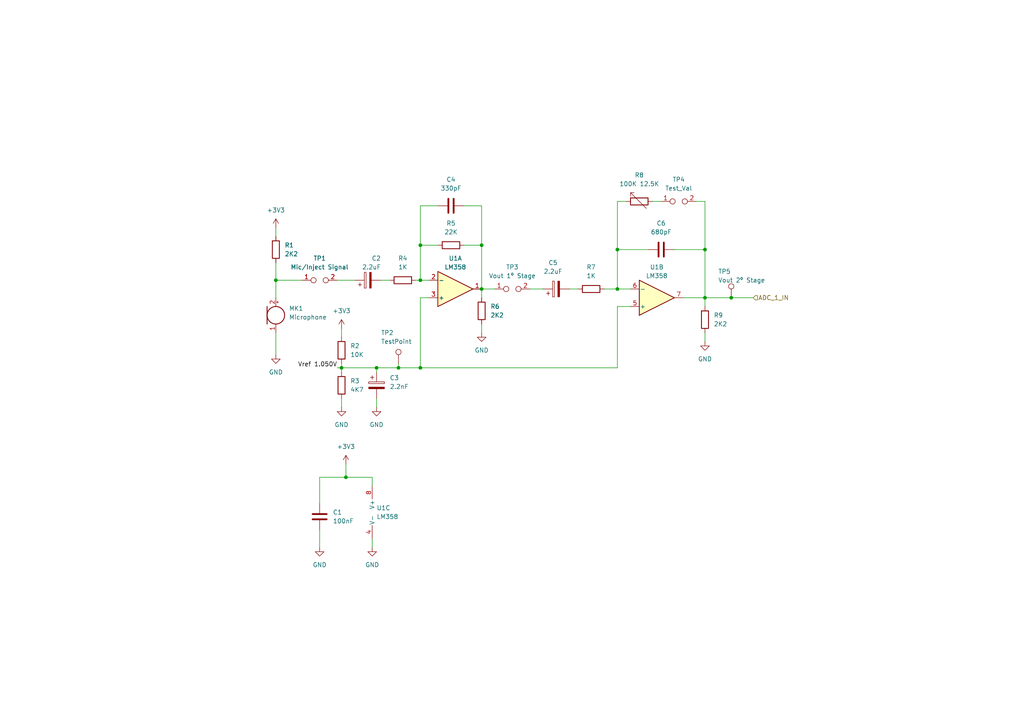
<source format=kicad_sch>
(kicad_sch (version 20211123) (generator eeschema)
  (paper "A4")
  (title_block (title "Microphone_for_ADC") (date "2022-03-19") (rev "0.1") (company "None Enterprise") (comment 1 "Circuit designer: João Nuno Carvalho") (comment 2 "KiCAD  schematic author: Diana Carvalho"))
  (lib_symbols
    (symbol "Amplifier_Operational:LM358" (pin_names (offset 0.127))
      (property "Reference" "U" (at 0 5.08 0))
      (property "Value" "LM358" (at 0 -5.08 0))
      (symbol "LM358_1_1"
        (polyline (pts (xy -5.08 5.08) (xy 5.08 0) (xy -5.08 -5.08) (xy -5.08 5.08)) (stroke (width 0.254)) (fill (type background)))
        (pin output line (at 7.62 0 180) (length 2.54) (name "~") (number "1"))
        (pin input line (at -7.62 -2.54 0) (length 2.54) (name "-") (number "2"))
        (pin input line (at -7.62 2.54 0) (length 2.54) (name "+") (number "3"))
      )
      (symbol "LM358_2_1"
        (polyline (pts (xy -5.08 5.08) (xy 5.08 0) (xy -5.08 -5.08) (xy -5.08 5.08)) (stroke (width 0.254)) (fill (type background)))
        (pin input line (at -7.62 2.54 0) (length 2.54) (name "+") (number "5"))
        (pin input line (at -7.62 -2.54 0) (length 2.54) (name "-") (number "6"))
        (pin output line (at 7.62 0 180) (length 2.54) (name "~") (number "7"))
      )
      (symbol "LM358_3_1"
        (pin power_in line (at -2.54 -7.62 90) (length 3.81) (name "V-") (number "4"))
        (pin power_in line (at -2.54 7.62 270) (length 3.81) (name "V+") (number "8"))
      )
    )
    (symbol "Connector:TestPoint" (pin_numbers hide) (pin_names (offset 0.762) hide)
      (property "Reference" "TP" (at 0 6.858 0))
      (property "Value" "TestPoint" (at 0 5.08 0))
      (symbol "TestPoint_0_1"
        (circle (center 0 3.302) (radius 0.762))
      )
      (symbol "TestPoint_1_1"
        (pin passive line (at 0 0 90) (length 2.54) (name "1") (number "1"))
      )
    )
    (symbol "Connector:TestPoint_2Pole" (pin_names (offset 0.762) hide)
      (property "Reference" "TP" (at 0 1.524 0))
      (property "Value" "TestPoint_2Pole" (at 0 -1.778 0))
      (symbol "TestPoint_2Pole_0_1"
        (circle (center -1.778 0) (radius 0.762))
        (circle (center 1.778 0) (radius 0.762))
        (pin passive line (at -5.08 0 0) (length 2.54) (name "1") (number "1"))
        (pin passive line (at 5.08 0 180) (length 2.54) (name "2") (number "2"))
      )
    )
    (symbol "Device:C" (pin_numbers hide) (pin_names (offset 0.254))
      (property "Reference" "C" (at 0.635 2.54 0))
      (property "Value" "C" (at 0.635 -2.54 0))
      (symbol "C_0_1"
        (polyline (pts (xy -2.032 -0.762) (xy 2.032 -0.762)) (stroke (width 0.508)))
        (polyline (pts (xy -2.032 0.762) (xy 2.032 0.762)) (stroke (width 0.508)))
      )
      (symbol "C_1_1"
        (pin passive line (at 0 3.81 270) (length 2.794) (name "~") (number "1"))
        (pin passive line (at 0 -3.81 90) (length 2.794) (name "~") (number "2"))
      )
    )
    (symbol "Device:C_Polarized" (pin_numbers hide) (pin_names (offset 0.254))
      (property "Reference" "C" (at 0.635 2.54 0))
      (property "Value" "C_Polarized" (at 0.635 -2.54 0))
      (symbol "C_Polarized_0_1"
        (rectangle (start -2.286 0.508) (end 2.286 1.016))
        (polyline (pts (xy -1.778 2.286) (xy -0.762 2.286)))
        (polyline (pts (xy -1.27 2.794) (xy -1.27 1.778)))
        (rectangle (start 2.286 -0.508) (end -2.286 -1.016) (fill (type outline)))
      )
      (symbol "C_Polarized_1_1"
        (pin passive line (at 0 3.81 270) (length 2.794) (name "~") (number "1"))
        (pin passive line (at 0 -3.81 90) (length 2.794) (name "~") (number "2"))
      )
    )
    (symbol "Device:Microphone" (pin_names (offset 0.0254) hide)
      (property "Reference" "MK" (at -3.81 1.27 0))
      (property "Value" "Microphone" (at -3.81 -0.635 0))
      (symbol "Microphone_0_1"
        (polyline (pts (xy -2.54 2.54) (xy -2.54 -2.54)) (stroke (width 0.254)))
        (polyline (pts (xy 0.254 3.81) (xy 0.762 3.81)))
        (polyline (pts (xy 0.508 4.064) (xy 0.508 3.556)))
        (circle (center 0 0) (radius 2.54) (stroke (width 0.254)))
      )
      (symbol "Microphone_1_1"
        (pin passive line (at 0 -5.08 90) (length 2.54) (name "-") (number "1"))
        (pin passive line (at 0 5.08 270) (length 2.54) (name "+") (number "2"))
      )
    )
    (symbol "Device:R" (pin_numbers hide) (pin_names (offset 0))
      (property "Reference" "R" (at 2.032 0 90))
      (property "Value" "R" (at 0 0 90))
      (symbol "R_0_1"
        (rectangle (start -1.016 -2.54) (end 1.016 2.54) (stroke (width 0.254)))
      )
      (symbol "R_1_1"
        (pin passive line (at 0 3.81 270) (length 1.27) (name "~") (number "1"))
        (pin passive line (at 0 -3.81 90) (length 1.27) (name "~") (number "2"))
      )
    )
    (symbol "Device:R_Variable" (pin_numbers hide) (pin_names (offset 0))
      (property "Reference" "R" (at 2.54 -2.54 90))
      (property "Value" "R_Variable" (at -2.54 -1.27 90))
      (symbol "R_Variable_0_1"
        (rectangle (start -1.016 -2.54) (end 1.016 2.54) (stroke (width 0.254)))
        (polyline (pts (xy 2.54 1.524) (xy 2.54 2.54) (xy 1.524 2.54) (xy 2.54 2.54) (xy -2.032 -2.032)))
      )
      (symbol "R_Variable_1_1"
        (pin passive line (at 0 3.81 270) (length 1.27) (name "~") (number "1"))
        (pin passive line (at 0 -3.81 90) (length 1.27) (name "~") (number "2"))
      )
    )
    (symbol "power:+3.3V" (power) (pin_names (offset 0))
      (property "Value" "+3.3V" (at 0 3.556 0))
      (symbol "+3.3V_0_1"
        (polyline (pts (xy -0.762 1.27) (xy 0 2.54)))
        (polyline (pts (xy 0 0) (xy 0 2.54)))
        (polyline (pts (xy 0 2.54) (xy 0.762 1.27)))
      )
      (symbol "+3.3V_1_1"
        (pin power_in line (at 0 0 90) (length 0) hide (name "+3V3") (number "1"))
      )
    )
    (symbol "power:GND" (power) (pin_names (offset 0))
      (property "Value" "GND" (at 0 -3.81 0))
      (symbol "GND_0_1"
        (polyline (pts (xy 0 0) (xy 0 -1.27) (xy 1.27 -1.27) (xy 0 -2.54) (xy -1.27 -1.27) (xy 0 -1.27)))
      )
      (symbol "GND_1_1"
        (pin power_in line (at 0 0 270) (length 0) hide (name "GND") (number "1"))
      )
    )
  )
  (junction (at 204.47 72.39))
  (junction (at 204.47 86.36))
  (junction (at 121.92 81.28))
  (junction (at 139.7 83.82))
  (junction (at 99.06 106.68))
  (junction (at 100.33 138.43))
  (junction (at 109.22 106.68))
  (junction (at 121.92 71.12))
  (junction (at 139.7 71.12))
  (junction (at 179.07 72.39))
  (junction (at 115.57 106.68))
  (junction (at 121.92 106.68))
  (junction (at 212.09 86.36))
  (junction (at 80.01 81.28))
  (junction (at 179.07 83.82))
  (wire (pts (xy 109.22 106.68) (xy 99.06 106.68)))
  (wire (pts (xy 204.47 86.36) (xy 204.47 72.39)))
  (wire (pts (xy 100.33 134.62) (xy 100.33 138.43)))
  (wire (pts (xy 92.71 153.67) (xy 92.71 158.75)))
  (wire (pts (xy 97.79 106.68) (xy 99.06 106.68)))
  (wire (pts (xy 97.79 81.28) (xy 102.87 81.28)))
  (wire (pts (xy 80.01 81.28) (xy 87.63 81.28)))
  (wire (pts (xy 139.7 93.98) (xy 139.7 96.52)))
  (wire (pts (xy 99.06 106.68) (xy 99.06 107.95)))
  (wire (pts (xy 120.65 81.28) (xy 121.92 81.28)))
  (wire (pts (xy 179.07 83.82) (xy 182.88 83.82)))
  (wire (pts (xy 179.07 72.39) (xy 179.07 83.82)))
  (wire (pts (xy 99.06 105.41) (xy 99.06 106.68)))
  (wire (pts (xy 80.01 76.2) (xy 80.01 81.28)))
  (wire (pts (xy 179.07 88.9) (xy 182.88 88.9)))
  (wire (pts (xy 198.12 86.36) (xy 204.47 86.36)))
  (wire (pts (xy 212.09 86.36) (xy 218.44 86.36)))
  (wire (pts (xy 92.71 138.43) (xy 92.71 146.05)))
  (wire (pts (xy 179.07 58.42) (xy 179.07 72.39)))
  (wire (pts (xy 139.7 83.82) (xy 143.51 83.82)))
  (wire (pts (xy 189.23 58.42) (xy 191.77 58.42)))
  (wire (pts (xy 134.62 71.12) (xy 139.7 71.12)))
  (wire (pts (xy 107.95 140.97) (xy 107.95 138.43)))
  (wire (pts (xy 134.62 59.69) (xy 139.7 59.69)))
  (wire (pts (xy 80.01 66.04) (xy 80.01 68.58)))
  (wire (pts (xy 115.57 105.41) (xy 115.57 106.68)))
  (wire (pts (xy 175.26 83.82) (xy 179.07 83.82)))
  (wire (pts (xy 153.67 83.82) (xy 157.48 83.82)))
  (wire (pts (xy 80.01 81.28) (xy 80.01 86.36)))
  (wire (pts (xy 121.92 106.68) (xy 179.07 106.68)))
  (wire (pts (xy 121.92 81.28) (xy 124.46 81.28)))
  (wire (pts (xy 139.7 83.82) (xy 139.7 71.12)))
  (wire (pts (xy 204.47 72.39) (xy 204.47 58.42)))
  (wire (pts (xy 204.47 86.36) (xy 212.09 86.36)))
  (wire (pts (xy 99.06 115.57) (xy 99.06 118.11)))
  (wire (pts (xy 179.07 72.39) (xy 187.96 72.39)))
  (wire (pts (xy 124.46 86.36) (xy 121.92 86.36)))
  (wire (pts (xy 115.57 106.68) (xy 109.22 106.68)))
  (wire (pts (xy 204.47 96.52) (xy 204.47 99.06)))
  (wire (pts (xy 121.92 71.12) (xy 127 71.12)))
  (wire (pts (xy 121.92 71.12) (xy 121.92 81.28)))
  (wire (pts (xy 107.95 156.21) (xy 107.95 158.75)))
  (wire (pts (xy 179.07 106.68) (xy 179.07 88.9)))
  (wire (pts (xy 121.92 106.68) (xy 115.57 106.68)))
  (wire (pts (xy 165.1 83.82) (xy 167.64 83.82)))
  (wire (pts (xy 99.06 95.25) (xy 99.06 97.79)))
  (wire (pts (xy 80.01 96.52) (xy 80.01 102.87)))
  (wire (pts (xy 110.49 81.28) (xy 113.03 81.28)))
  (wire (pts (xy 179.07 58.42) (xy 181.61 58.42)))
  (wire (pts (xy 121.92 59.69) (xy 121.92 71.12)))
  (wire (pts (xy 139.7 83.82) (xy 139.7 86.36)))
  (wire (pts (xy 100.33 138.43) (xy 107.95 138.43)))
  (wire (pts (xy 139.7 71.12) (xy 139.7 59.69)))
  (wire (pts (xy 109.22 106.68) (xy 109.22 107.95)))
  (wire (pts (xy 109.22 115.57) (xy 109.22 118.11)))
  (wire (pts (xy 201.93 58.42) (xy 204.47 58.42)))
  (wire (pts (xy 204.47 86.36) (xy 204.47 88.9)))
  (wire (pts (xy 127 59.69) (xy 121.92 59.69)))
  (wire (pts (xy 121.92 86.36) (xy 121.92 106.68)))
  (wire (pts (xy 195.58 72.39) (xy 204.47 72.39)))
  (wire (pts (xy 92.71 138.43) (xy 100.33 138.43)))
  (label "Vref 1.050V" (at 97.79 106.68 180))
  (hierarchical_label "ADC_1_IN" (shape input) (at 218.44 86.36 0))
  (symbol (lib_id "Device:C") (at 130.81 59.69 90) (unit 1)
    (property "Reference" "C4" (at 130.81 52.07 90))
    (property "Value" "330pF" (at 130.81 54.61 90))
  )
  (symbol (lib_id "Amplifier_Operational:LM358") (at 190.5 86.36 0) (mirror x) (unit 2)
    (property "Reference" "U1" (at 190.5 77.47 0))
    (property "Value" "LM358" (at 190.5 80.01 0))
    (property "Datasheet" "http://www.ti.com/lit/ds/symlink/lm2904-n.pdf" (effects hide))
  )
  (symbol (lib_id "Device:R") (at 139.7 90.17 0) (unit 1)
    (property "Reference" "R6" (at 142.24 88.8999 0) (effects (justify left)))
    (property "Value" "2K2" (at 142.24 91.4399 0) (effects (justify left)))
  )
  (symbol (lib_id "Connector:TestPoint_2Pole") (at 196.85 58.42 0) (unit 1)
    (property "Reference" "TP4" (at 196.85 52.07 0))
    (property "Value" "Test_Val" (at 196.85 54.61 0))
  )
  (symbol (lib_id "Connector:TestPoint_2Pole") (at 148.59 83.82 0) (unit 1)
    (property "Reference" "TP3" (at 148.59 77.47 0))
    (property "Value" "Vout 1º Stage" (at 148.59 80.01 0))
  )
  (symbol (lib_id "Device:R") (at 171.45 83.82 270) (unit 1)
    (property "Reference" "R7" (at 171.45 77.47 90))
    (property "Value" "1K" (at 171.45 80.01 90))
  )
  (symbol (lib_id "power:+3.3V") (at 100.33 134.62 0) (unit 1)
    (property "Reference" "#PWR06" (effects hide))
    (property "Value" "+3.3V" (at 100.33 129.54 0))
  )
  (symbol (lib_id "Amplifier_Operational:LM358") (at 132.08 83.82 0) (mirror x) (unit 1)
    (property "Reference" "U1" (at 132.08 74.93 0))
    (property "Value" "LM358" (at 132.08 77.47 0))
    (property "Datasheet" "http://www.ti.com/lit/ds/symlink/lm2904-n.pdf" (effects hide))
  )
  (symbol (lib_id "Connector:TestPoint_2Pole") (at 92.71 81.28 0) (unit 1)
    (property "Reference" "TP1" (at 92.71 74.93 0))
    (property "Value" "Mic/Inject Signal" (at 92.71 77.47 0))
  )
  (symbol (lib_id "power:GND") (at 99.06 118.11 0) (unit 1)
    (property "Reference" "#PWR05" (effects hide))
    (property "Value" "GND" (at 99.06 123.19 0))
  )
  (symbol (lib_id "Device:R") (at 80.01 72.39 0) (unit 1)
    (property "Reference" "R1" (at 82.55 71.1199 0) (effects (justify left)))
    (property "Value" "2K2" (at 82.55 73.6599 0) (effects (justify left)))
  )
  (symbol (lib_id "Device:R") (at 130.81 71.12 270) (unit 1)
    (property "Reference" "R5" (at 130.81 64.77 90))
    (property "Value" "22K" (at 130.81 67.31 90))
  )
  (symbol (lib_id "power:GND") (at 92.71 158.75 0) (unit 1)
    (property "Reference" "#PWR03" (effects hide))
    (property "Value" "GND" (at 92.71 163.83 0))
  )
  (symbol (lib_id "power:GND") (at 204.47 99.06 0) (unit 1)
    (property "Reference" "#PWR010" (effects hide))
    (property "Value" "GND" (at 204.47 104.14 0))
  )
  (symbol (lib_id "Device:Microphone") (at 80.01 91.44 0) (unit 1)
    (property "Reference" "MK1" (at 83.82 89.4714 0) (effects (justify left)))
    (property "Value" "Microphone" (at 83.82 92.0114 0) (effects (justify left)))
  )
  (symbol (lib_id "Device:C") (at 92.71 149.86 0) (unit 1)
    (property "Reference" "C1" (at 96.52 148.5899 0) (effects (justify left)))
    (property "Value" "100nF" (at 96.52 151.1299 0) (effects (justify left)))
  )
  (symbol (lib_id "power:+3.3V") (at 99.06 95.25 0) (unit 1)
    (property "Reference" "#PWR04" (effects hide))
    (property "Value" "+3.3V" (at 99.06 90.17 0))
  )
  (symbol (lib_id "Device:C_Polarized") (at 109.22 111.76 0) (unit 1)
    (property "Reference" "C3" (at 113.03 109.6009 0) (effects (justify left)))
    (property "Value" "2.2nF" (at 113.03 112.1409 0) (effects (justify left)))
  )
  (symbol (lib_id "Connector:TestPoint") (at 212.09 86.36 0) (unit 1)
    (property "Reference" "TP5" (at 208.28 78.74 0) (effects (justify left)))
    (property "Value" "Vout 2º Stage" (at 208.28 81.28 0) (effects (justify left)))
  )
  (symbol (lib_id "Device:R") (at 116.84 81.28 270) (unit 1)
    (property "Reference" "R4" (at 116.84 74.93 90))
    (property "Value" "1K" (at 116.84 77.47 90))
  )
  (symbol (lib_id "Device:R") (at 204.47 92.71 0) (unit 1)
    (property "Reference" "R9" (at 207.01 91.4399 0) (effects (justify left)))
    (property "Value" "2K2" (at 207.01 93.9799 0) (effects (justify left)))
  )
  (symbol (lib_id "power:GND") (at 109.22 118.11 0) (unit 1)
    (property "Reference" "#PWR08" (effects hide))
    (property "Value" "GND" (at 109.22 123.19 0))
  )
  (symbol (lib_id "Device:C") (at 191.77 72.39 90) (unit 1)
    (property "Reference" "C6" (at 191.77 64.77 90))
    (property "Value" "680pF" (at 191.77 67.31 90))
  )
  (symbol (lib_id "Amplifier_Operational:LM358") (at 110.49 148.59 0) (unit 3)
    (property "Reference" "U1" (at 109.22 147.3199 0) (effects (justify left)))
    (property "Value" "LM358" (at 109.22 149.8599 0) (effects (justify left)))
    (property "Datasheet" "http://www.ti.com/lit/ds/symlink/lm2904-n.pdf" (effects hide))
  )
  (symbol (lib_id "Connector:TestPoint") (at 115.57 105.41 0) (unit 1)
    (property "Reference" "TP2" (at 110.49 96.52 0) (effects (justify left)))
    (property "Value" "TestPoint" (at 110.49 99.06 0) (effects (justify left)))
  )
  (symbol (lib_id "Device:C_Polarized") (at 106.68 81.28 90) (unit 1)
    (property "Reference" "C2" (at 110.49 74.93 90) (effects (justify left)))
    (property "Value" "2.2uF" (at 110.49 77.47 90) (effects (justify left)))
  )
  (symbol (lib_id "power:GND") (at 80.01 102.87 0) (unit 1)
    (property "Reference" "#PWR02" (effects hide))
    (property "Value" "GND" (at 80.01 107.95 0))
  )
  (symbol (lib_id "power:GND") (at 107.95 158.75 0) (unit 1)
    (property "Reference" "#PWR07" (effects hide))
    (property "Value" "GND" (at 107.95 163.83 0))
  )
  (symbol (lib_id "Device:R") (at 99.06 111.76 0) (unit 1)
    (property "Reference" "R3" (at 101.6 110.4899 0) (effects (justify left)))
    (property "Value" "4K7" (at 101.6 113.0299 0) (effects (justify left)))
  )
  (symbol (lib_id "power:+3.3V") (at 80.01 66.04 0) (unit 1)
    (property "Reference" "#PWR01" (effects hide))
    (property "Value" "+3.3V" (at 80.01 60.96 0))
  )
  (symbol (lib_id "Device:R_Variable") (at 185.42 58.42 90) (unit 1)
    (property "Reference" "R8" (at 185.42 50.8 90))
    (property "Value" "100K 12.5K" (at 185.42 53.34 90))
  )
  (symbol (lib_id "power:GND") (at 139.7 96.52 0) (unit 1)
    (property "Reference" "#PWR09" (effects hide))
    (property "Value" "GND" (at 139.7 101.6 0))
  )
  (symbol (lib_id "Device:C_Polarized") (at 161.29 83.82 90) (unit 1)
    (property "Reference" "C5" (at 160.401 76.2 90))
    (property "Value" "2.2uF" (at 160.401 78.74 90))
  )
  (symbol (lib_id "Device:R") (at 99.06 101.6 0) (unit 1)
    (property "Reference" "R2" (at 101.6 100.3299 0) (effects (justify left)))
    (property "Value" "10K" (at 101.6 102.8699 0) (effects (justify left)))
  )
)
</source>
